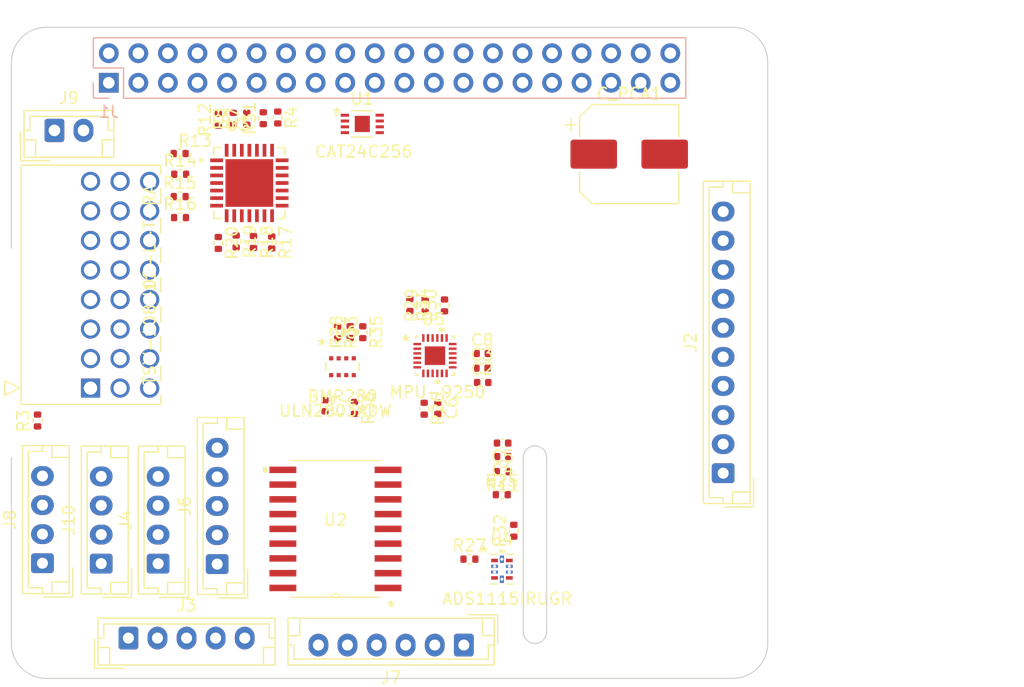
<source format=kicad_pcb>
(kicad_pcb (version 20211014) (generator pcbnew)
  (title_block (date "15 nov 2012"))
  (layers (0 "F.Cu" signal) (31 "B.Cu" signal) (34 "B.Paste" user) (35 "F.Paste" user) (36 "B.SilkS" user "B.Silkscreen") (37 "F.SilkS" user "F.Silkscreen") (38 "B.Mask" user) (39 "F.Mask" user) (44 "Edge.Cuts" user))
  (net 0 "")
  (net 1 "GND")
  (net 2 "Net-(C6-Pad1)")
  (net 3 "/SDA1")
  (net 4 "/SCL1")
  (net 5 "/LED3")
  (net 6 "/GPIO14_TXD0")
  (net 7 "/GPIO15_RXD0")
  (net 8 "/SRVO_EN")
  (net 9 "/GPIO18_GEN1")
  (net 10 "/LED1")
  (net 11 "/LED2")
  (net 12 "/GPIO23")
  (net 13 "/GPIO24")
  (net 14 "/SPI_MOSI")
  (net 15 "/SPI_MISO")
  (net 16 "/GPIO25_GEN6")
  (net 17 "/SPI_SCLK")
  (net 18 "/SPI_CE0_N")
  (net 19 "/ID_SDA")
  (net 20 "/ID_SCL")
  (net 21 "/SPI_CE1_N")
  (net 22 "/RC1")
  (net 23 "/RC2")
  (net 24 "/BUZZER")
  (net 25 "/RC3")
  (net 26 "/RC4")
  (net 27 "/RC8")
  (net 28 "/RC5")
  (net 29 "/RC7")
  (net 30 "+5V")
  (net 31 "+3V3")
  (net 32 "/RC6")
  (net 33 "/MOSI")
  (net 34 "/MISO")
  (net 35 "/SCLK")
  (net 36 "/TX")
  (net 37 "/RX")
  (net 38 "/BUZZER_OUT")
  (net 39 "/LED1_OUT")
  (net 40 "/LED2_OUT")
  (net 41 "/LED3_OUT")
  (net 42 "V_EXT")
  (net 43 "/AIO3")
  (net 44 "/AIO2")
  (net 45 "/AIO1")
  (net 46 "/AIO0")
  (net 47 "/SDA")
  (net 48 "/SCL")
  (net 49 "Net-(J9-Pad2)")
  (net 50 "Net-(J11-Pad1)")
  (net 51 "Net-(J11-Pad4)")
  (net 52 "Net-(J11-Pad7)")
  (net 53 "Net-(J11-Pad10)")
  (net 54 "Net-(J11-Pad13)")
  (net 55 "Net-(J11-Pad16)")
  (net 56 "Net-(J11-Pad19)")
  (net 57 "Net-(J11-Pad22)")
  (net 58 "Net-(R7-Pad1)")
  (net 59 "Net-(R8-Pad1)")
  (net 60 "/PCA_EN")
  (net 61 "/PWM1")
  (net 62 "/PWM2")
  (net 63 "/PWM3")
  (net 64 "/PWM4")
  (net 65 "/PWM8")
  (net 66 "/PWM7")
  (net 67 "/PWM6")
  (net 68 "/PWM5")
  (net 69 "Net-(R25-Pad1)")
  (net 70 "Net-(R27-Pad1)")
  (net 79 "/PWM9")
  (net 80 "/PWM10")
  (net 81 "/PWM11")
  (net 82 "/PWM12")
  (net 83 "/PWM13")
  (net 84 "/PWM14")
  (net 85 "/PWM15")
  (footprint "Resistor_SMD:R_0402_1005Metric" (layer "F.Cu") (at 142.146583 84.195989)
    (fp_text reference "R25" (at 0 -1.17) (layer "F.SilkS"))
    (fp_text value "10KΩ")
    (pad "1" smd roundrect (at -0.51 0) (size 0.54 0.64) (layers "F.Cu" "F.Paste" "F.Mask") (net 69 "Net-(R25-Pad1)"))
    (pad "2" smd roundrect (at 0.51 0) (size 0.54 0.64) (layers "F.Cu" "F.Paste" "F.Mask") (net 30 "+5V"))
  )
  (footprint "Ardupi:bmp280" (layer "F.Cu") (at 128.454308 73.196412)
    (fp_text reference "U6" (at 0.251617 -2.951689) (layer "F.SilkS"))
    (fp_text value "BMP280" (at 0 2.54) (layer "F.SilkS"))
    (fp_text user "*" (at -1.785 -1.831) (layer "F.SilkS"))
    (fp_text user "*" (at -1.785 -1.831) (layer "F.SilkS"))
    (pad "1" smd rect (at -0.9722 -0.725 90) (size 0.3556 0.3556) (layers "F.Cu" "F.Paste" "F.Mask") (net 1 "GND"))
    (pad "2" smd rect (at -0.325001 -0.722201) (size 0.3556 0.3556) (layers "F.Cu" "F.Paste" "F.Mask") (net 21 "/SPI_CE1_N"))
    (pad "3" smd rect (at 0.325001 -0.722201) (size 0.3556 0.3556) (layers "F.Cu" "F.Paste" "F.Mask") (net 14 "/SPI_MOSI"))
    (pad "4" smd rect (at 0.9722 -0.725 90) (size 0.3556 0.3556) (layers "F.Cu" "F.Paste" "F.Mask") (net 17 "/SPI_SCLK"))
    (pad "5" smd rect (at 0.9722 0.725 90) (size 0.3556 0.3556) (layers "F.Cu" "F.Paste" "F.Mask") (net 15 "/SPI_MISO"))
    (pad "6" smd rect (at 0.325001 0.722201) (size 0.3556 0.3556) (layers "F.Cu" "F.Paste" "F.Mask") (net 31 "+3V3"))
    (pad "7" smd rect (at -0.325001 0.722201) (size 0.3556 0.3556) (layers "F.Cu" "F.Paste" "F.Mask") (net 1 "GND"))
    (pad "8" smd rect (at -0.9722 0.725 90) (size 0.3556 0.3556) (layers "F.Cu" "F.Paste" "F.Mask") (net 31 "+3V3"))
  )
  (footprint "Ardupi:CAT24C256HU4IGT3" (layer "F.Cu") (at 130.159492 52.310327)
    (fp_text reference "U1" (at -0.008212 -2.167759) (layer "F.SilkS"))
    (fp_text value "CAT24C256" (at 0.113132 2.382618) (layer "F.SilkS"))
    (fp_text user "*" (at -2.18694 -0.823829) (layer "F.SilkS"))
    (pad "1" smd rect (at -1.4986 -0.750001) (size 0.7112 0.254) (layers "F.Cu" "F.Paste" "F.Mask"))
    (pad "2" smd rect (at -1.4986 -0.25) (size 0.7112 0.254) (layers "F.Cu" "F.Paste" "F.Mask"))
    (pad "3" smd rect (at -1.4986 0.25) (size 0.7112 0.254) (layers "F.Cu" "F.Paste" "F.Mask"))
    (pad "4" smd rect (at -1.4986 0.750001) (size 0.7112 0.254) (layers "F.Cu" "F.Paste" "F.Mask") (net 1 "GND"))
    (pad "5" smd rect (at 1.4986 0.750001) (size 0.7112 0.254) (layers "F.Cu" "F.Paste" "F.Mask") (net 19 "/ID_SDA"))
    (pad "6" smd rect (at 1.4986 0.25) (size 0.7112 0.254) (layers "F.Cu" "F.Paste" "F.Mask") (net 20 "/ID_SCL"))
    (pad "7" smd rect (at 1.4986 -0.25) (size 0.7112 0.254) (layers "F.Cu" "F.Paste" "F.Mask") (net 20 "/ID_SCL"))
    (pad "8" smd rect (at 1.4986 -0.750001) (size 0.7112 0.254) (layers "F.Cu" "F.Paste" "F.Mask") (net 31 "+3V3"))
    (pad "9" smd rect (at 0 0) (size 1.2954 1.397) (layers "F.Cu" "F.Paste" "F.Mask"))
  )
  (footprint "Ardupi:ADS1115IRUGT" (layer "F.Cu") (at 142.15976 90.610774)
    (fp_text reference "U4" (at 0 -2.54) (layer "F.SilkS"))
    (fp_text value "ADS1115IRUGR" (at 0.45947 2.54) (layer "F.SilkS"))
    (fp_text user "*" (at -1.56 -1.381) (layer "F.SilkS"))
    (fp_text user "*" (at -1.56 -1.381) (layer "F.SilkS"))
    (pad "" np_thru_hole rect (at 0.635 0.25 90) (size 0.249936 0.579882) (drill 0.254) (layers *.Cu *.Mask))
    (pad "" np_thru_hole rect (at 0.635 -0.25 90) (size 0.249936 0.579882) (drill 0.254) (layers *.Cu *.Mask))
    (pad "" np_thru_hole rect (at -0.635 0.25 90) (size 0.249936 0.579882) (drill 0.254) (layers *.Cu *.Mask))
    (pad "" np_thru_hole rect (at -0.635 -0.25 90) (size 0.249936 0.579882) (drill 0.254) (layers *.Cu *.Mask))
    (pad "1" smd rect (at -0.635 -0.750001 90) (size 0.3 0.58) (layers "F.Cu" "F.Mask") (net 70 "Net-(R27-Pad1)"))
    (pad "4" smd rect (at -0.635 0.750001 90) (size 0.3 0.58) (layers "F.Cu" "F.Mask") (net 46 "/AIO0"))
    (pad "5" thru_hole rect (at 0 0.860001) (size 0.35 0.63) (drill 0.254) (layers *.Cu *.Mask) (net 45 "/AIO1"))
    (pad "6" smd rect (at 0.635 0.750001 90) (size 0.3 0.58) (layers "F.Cu" "F.Mask") (net 44 "/AIO2"))
    (pad "9" smd rect (at 0.635 -0.750001 90) (size 0.3 0.58) (layers "F.Cu" "F.Mask") (net 3 "/SDA1"))
    (pad "10" thru_hole rect (at 0 -0.860001) (size 0.35 0.63) (drill 0.254) (layers *.Cu *.Mask) (net 4 "/SCL1"))
  )
  (footprint "MountingHole:MountingHole_2.7mm_M2.5" (layer "F.Cu") (at 161.5 47.5)
    (fp_text reference "MH2" hide)
    (fp_text value "MountingHole_2.7mm_M2.5" hide)
    (pad "" np_thru_hole circle locked (at 0 0) (size 2.7 2.7) (drill 2.7) (layers *.Cu *.Mask))
  )
  (footprint "Resistor_SMD:R_0402_1005Metric" (layer "F.Cu") (at 139.365701 89.743653)
    (fp_text reference "R27" (at 0 -1.17) (layer "F.SilkS"))
    (fp_text value "10KΩ")
    (pad "1" smd roundrect (at -0.51 0) (size 0.54 0.64) (layers "F.Cu" "F.Paste" "F.Mask") (net 70 "Net-(R27-Pad1)"))
    (pad "2" smd roundrect (at 0.51 0) (size 0.54 0.64) (layers "F.Cu" "F.Paste" "F.Mask") (net 30 "+5V"))
  )
  (footprint "Connector_JST:JST_EH_B5B-EH-A_1x05_P2.50mm_Vertical" (layer "F.Cu") (at 110.054728 96.533321)
    (fp_text reference "J3" (at 5 -2.8) (layer "F.SilkS"))
    (fp_text value "Conn_01x05")
    (pad "1" thru_hole roundrect (at 0 0) (size 1.7 1.95) (drill 0.95) (layers *.Cu *.Mask) (roundrect_rratio 0.147059) (net 1 "GND"))
    (pad "2" thru_hole oval (at 2.5 0) (size 1.7 1.95) (drill 0.95) (layers *.Cu *.Mask) (net 30 "+5V"))
    (pad "3" thru_hole oval (at 5 0) (size 1.7 1.95) (drill 0.95) (layers *.Cu *.Mask) (net 33 "/MOSI"))
    (pad "4" thru_hole oval (at 7.5 0) (size 1.7 1.95) (drill 0.95) (layers *.Cu *.Mask) (net 34 "/MISO"))
    (pad "5" thru_hole oval (at 10 0) (size 1.7 1.95) (drill 0.95) (layers *.Cu *.Mask) (net 35 "/SCLK"))
  )
  (footprint "Connector_JST:JST_EH_B2B-EH-A_1x02_P2.50mm_Vertical" (layer "F.Cu") (at 103.696162 52.869778)
    (fp_text reference "J9" (at 1.25 -2.8) (layer "F.SilkS"))
    (fp_text value "Conn_01x02")
    (pad "1" thru_hole roundrect (at 0 0) (size 1.7 2) (drill 1) (layers *.Cu *.Mask) (roundrect_rratio 0.147059) (net 8 "/SRVO_EN"))
    (pad "2" thru_hole oval (at 2.5 0) (size 1.7 2) (drill 1) (layers *.Cu *.Mask) (net 49 "Net-(J9-Pad2)"))
  )
  (footprint "Resistor_SMD:R_0402_1005Metric" (layer "F.Cu") (at 120.801734 62.464889 -90)
    (fp_text reference "R18" (at 0 -1.17 90) (layer "F.SilkS"))
    (fp_text value "220 Ω")
    (pad "1" smd roundrect (at -0.51 0 270) (size 0.54 0.64) (layers "F.Cu" "F.Paste" "F.Mask") (net 66 "/PWM7"))
    (pad "2" smd roundrect (at 0.51 0 270) (size 0.54 0.64) (layers "F.Cu" "F.Paste" "F.Mask") (net 56 "Net-(J11-Pad19)"))
  )
  (footprint "Resistor_SMD:R_0402_1005Metric" (layer "F.Cu") (at 142.231368 82.22 180)
    (fp_text reference "R11" (at 0 -1.17) (layer "F.SilkS"))
    (fp_text value "10K")
    (pad "1" smd roundrect (at -0.51 0 180) (size 0.54 0.64) (layers "F.Cu" "F.Paste" "F.Mask") (net 30 "+5V"))
    (pad "2" smd roundrect (at 0.51 0 180) (size 0.54 0.64) (layers "F.Cu" "F.Paste" "F.Mask") (net 49 "Net-(J9-Pad2)"))
  )
  (footprint "Connector_JST:JST_EH_B5B-EH-A_1x05_P2.50mm_Vertical" (layer "F.Cu") (at 117.687657 90.172195 90)
    (fp_text reference "J6" (at 5 -2.8 90) (layer "F.SilkS"))
    (fp_text value "Conn_01x05")
    (pad "1" thru_hole roundrect (at 0 0 90) (size 1.7 1.95) (drill 0.95) (layers *.Cu *.Mask) (roundrect_rratio 0.147059) (net 38 "/BUZZER_OUT"))
    (pad "2" thru_hole oval (at 2.5 0 90) (size 1.7 1.95) (drill 0.95) (layers *.Cu *.Mask) (net 39 "/LED1_OUT"))
    (pad "3" thru_hole oval (at 5 0 90) (size 1.7 1.95) (drill 0.95) (layers *.Cu *.Mask) (net 40 "/LED2_OUT"))
    (pad "4" thru_hole oval (at 7.5 0 90) (size 1.7 1.95) (drill 0.95) (layers *.Cu *.Mask) (net 41 "/LED3_OUT"))
    (pad "5" thru_hole oval (at 10 0 90) (size 1.7 1.95) (drill 0.95) (layers *.Cu *.Mask) (net 42 "V_EXT"))
  )
  (footprint "Resistor_SMD:R_0402_1005Metric" (layer "F.Cu") (at 121.646219 51.820271 90)
    (fp_text reference "R31" (at 0 -1.17 90) (layer "F.SilkS"))
    (fp_text value "10KΩ")
    (pad "1" smd roundrect (at -0.51 0 90) (size 0.54 0.64) (layers "F.Cu" "F.Paste" "F.Mask") (net 4 "/SCL1"))
    (pad "2" smd roundrect (at 0.51 0 90) (size 0.54 0.64) (layers "F.Cu" "F.Paste" "F.Mask") (net 30 "+5V"))
  )
  (footprint "Resistor_SMD:R_0402_1005Metric" (layer "F.Cu") (at 122.894583 51.759894 -90)
    (fp_text reference "R4" (at 0 -1.17 90) (layer "F.SilkS"))
    (fp_text value "10k")
    (pad "1" smd roundrect (at -0.51 0 270) (size 0.54 0.64) (layers "F.Cu" "F.Paste" "F.Mask") (net 30 "+5V"))
    (pad "2" smd roundrect (at 0.51 0 270) (size 0.54 0.64) (layers "F.Cu" "F.Paste" "F.Mask") (net 4 "/SCL1"))
  )
  (footprint "Resistor_SMD:R_0402_1005Metric" (layer "F.Cu") (at 135.476365 76.805462 -90)
    (fp_text reference "R26" (at 0 -1.17 90) (layer "F.SilkS"))
    (fp_text value "10KΩ")
    (pad "1" smd roundrect (at -0.51 0 270) (size 0.54 0.64) (layers "F.Cu" "F.Paste" "F.Mask") (net 15 "/SPI_MISO"))
    (pad "2" smd roundrect (at 0.51 0 270) (size 0.54 0.64) (layers "F.Cu" "F.Paste" "F.Mask") (net 1 "GND"))
  )
  (footprint "Connector_JST:JST_EH_B4B-EH-A_1x04_P2.50mm_Vertical" (layer "F.Cu") (at 107.719892 90.129556 90)
    (fp_text reference "J10" (at 3.75 -2.8 90) (layer "F.SilkS"))
    (fp_text value "Conn_01x04")
    (pad "1" thru_hole roundrect (at 0 0 90) (size 1.7 1.95) (drill 0.95) (layers *.Cu *.Mask) (roundrect_rratio 0.147059) (net 30 "+5V"))
    (pad "2" thru_hole oval (at 2.5 0 90) (size 1.7 1.95) (drill 0.95) (layers *.Cu *.Mask) (net 47 "/SDA"))
    (pad "3" thru_hole oval (at 5 0 90) (size 1.7 1.95) (drill 0.95) (layers *.Cu *.Mask) (net 48 "/SCL"))
    (pad "4" thru_hole oval (at 7.5 0 90) (size 1.7 1.95) (drill 0.95) (layers *.Cu *.Mask) (net 1 "GND"))
  )
  (footprint "Resistor_SMD:R_0402_1005Metric" (layer "F.Cu") (at 114.462018 54.857953)
    (fp_text reference "R13" (at 1.326219 -1.089729) (layer "F.SilkS"))
    (fp_text value "220 Ω")
    (pad "1" smd roundrect (at -0.51 0) (size 0.54 0.64) (layers "F.Cu" "F.Paste" "F.Mask") (net 50 "Net-(J11-Pad1)"))
    (pad "2" smd roundrect (at 0.51 0) (size 0.54 0.64) (layers "F.Cu" "F.Paste" "F.Mask") (net 61 "/PWM1"))
  )
  (footprint "Connector_JST:JST_EH_B6B-EH-A_1x06_P2.50mm_Vertical" (layer "F.Cu") (at 138.885795 97.133321 180)
    (fp_text reference "J7" (at 6.25 -2.8) (layer "F.SilkS"))
    (fp_text value "Conn_01x06")
    (pad "1" thru_hole roundrect (at 0 0 180) (size 1.7 1.95) (drill 0.95) (layers *.Cu *.Mask) (roundrect_rratio 0.147059) (net 43 "/AIO3"))
    (pad "2" thru_hole oval (at 2.5 0 180) (size 1.7 1.95) (drill 0.95) (layers *.Cu *.Mask) (net 44 "/AIO2"))
    (pad "3" thru_hole oval (at 5 0 180) (size 1.7 1.95) (drill 0.95) (layers *.Cu *.Mask) (net 45 "/AIO1"))
    (pad "4" thru_hole oval (at 7.5 0 180) (size 1.7 1.95) (drill 0.95) (layers *.Cu *.Mask) (net 46 "/AIO0"))
    (pad "5" thru_hole oval (at 10 0 180) (size 1.7 1.95) (drill 0.95) (layers *.Cu *.Mask) (net 1 "GND"))
    (pad "6" thru_hole oval (at 12.5 0 180) (size 1.7 1.95) (drill 0.95) (layers *.Cu *.Mask) (net 1 "GND"))
  )
  (footprint "Capacitor_SMD:C_0402_1005Metric" (layer "F.Cu") (at 136.648013 76.768936 -90)
    (fp_text reference "C6" (at 0 -1.16 90) (layer "F.SilkS"))
    (fp_text value "0.1uF")
    (pad "1" smd roundrect (at -0.48 0 270) (size 0.56 0.62) (layers "F.Cu" "F.Paste" "F.Mask") (net 2 "Net-(C6-Pad1)"))
    (pad "2" smd roundrect (at 0.48 0 270) (size 0.56 0.62) (layers "F.Cu" "F.Paste" "F.Mask") (net 1 "GND"))
  )
  (footprint "Capacitor_SMD:C_0402_1005Metric" (layer "F.Cu") (at 126.954741 76.548726 -90)
    (fp_text reference "C7" (at 0 -1.16 90) (layer "F.SilkS"))
    (fp_text value "0.01uF")
    (pad "1" smd roundrect (at -0.48 0 270) (size 0.56 0.62) (layers "F.Cu" "F.Paste" "F.Mask") (net 31 "+3V3"))
    (pad "2" smd roundrect (at 0.48 0 270) (size 0.56 0.62) (layers "F.Cu" "F.Paste" "F.Mask") (net 1 "GND"))
  )
  (footprint "Resistor_SMD:R_0402_1005Metric" (layer "F.Cu") (at 134.246125 67.884969 -90)
    (fp_text reference "R34" (at 0 -1.17 90) (layer "F.SilkS"))
    (fp_text value "4.7KΩ")
    (pad "1" smd roundrect (at -0.51 0 270) (size 0.54 0.64) (layers "F.Cu" "F.Paste" "F.Mask") (net 31 "+3V3"))
    (pad "2" smd roundrect (at 0.51 0 270) (size 0.54 0.64) (layers "F.Cu" "F.Paste" "F.Mask") (net 14 "/SPI_MOSI"))
  )
  (footprint "Resistor_SMD:R_0402_1005Metric" (layer "F.Cu") (at 117.789742 51.959661 90)
    (fp_text reference "R12" (at 0 -1.17 90) (layer "F.SilkS"))
    (fp_text value "460")
    (pad "1" smd roundrect (at -0.51 0 90) (size 0.54 0.64) (layers "F.Cu" "F.Paste" "F.Mask") (net 60 "/PCA_EN"))
    (pad "2" smd roundrect (at 0.51 0 90) (size 0.54 0.64) (layers "F.Cu" "F.Paste" "F.Mask") (net 49 "Net-(J9-Pad2)"))
  )
  (footprint "Capacitor_SMD:C_0402_1005Metric" (layer "F.Cu") (at 140.508671 74.54896)
    (fp_text reference "C2" (at -0.038703 -1.16159) (layer "F.SilkS"))
    (fp_text value "0.1uF")
    (pad "1" smd roundrect (at -0.48 0) (size 0.56 0.62) (layers "F.Cu" "F.Paste" "F.Mask") (net 31 "+3V3"))
    (pad "2" smd roundrect (at 0.48 0) (size 0.56 0.62) (layers "F.Cu" "F.Paste" "F.Mask") (net 1 "GND"))
  )
  (footprint "Resistor_SMD:R_0402_1005Metric" (layer "F.Cu") (at 117.782003 62.546115 -90)
    (fp_text reference "R20" (at 0 -1.17 90) (layer "F.SilkS"))
    (fp_text value "220 Ω")
    (pad "1" smd roundrect (at -0.51 0 270) (size 0.54 0.64) (layers "F.Cu" "F.Paste" "F.Mask") (net 68 "/PWM5"))
    (pad "2" smd roundrect (at 0.51 0 270) (size 0.54 0.64) (layers "F.Cu" "F.Paste" "F.Mask") (net 54 "Net-(J11-Pad13)"))
  )
  (footprint "Resistor_SMD:R_0402_1005Metric" (layer "F.Cu") (at 135.56 67.920125 90)
    (fp_text reference "R29" (at 0 -1.17 90) (layer "F.SilkS"))
    (fp_text value "4.7KΩ")
    (pad "1" smd roundrect (at -0.51 0 90) (size 0.54 0.64) (layers "F.Cu" "F.Paste" "F.Mask") (net 17 "/SPI_SCLK"))
    (pad "2" smd roundrect (at 0.51 0 90) (size 0.54 0.64) (layers "F.Cu" "F.Paste" "F.Mask") (net 31 "+3V3"))
  )
  (footprint "Resistor_SMD:R_0402_1005Metric" (layer "F.Cu") (at 143.18 87.3 90)
    (fp_text reference "R32" (at 0 -1.17 90) (layer "F.SilkS"))
    (fp_text value "10KΩ")
    (pad "1" smd roundrect (at -0.51 0 90) (size 0.54 0.64) (layers "F.Cu" "F.Paste" "F.Mask") (net 3 "/SDA1"))
    (pad "2" smd roundrect (at 0.51 0 90) (size 0.54 0.64) (layers "F.Cu" "F.Paste" "F.Mask") (net 30 "+5V"))
  )
  (footprint "Resistor_SMD:R_0402_1005Metric" (layer "F.Cu") (at 114.505188 56.640394)
    (fp_text reference "R14" (at 0 -1.17) (layer "F.SilkS"))
    (fp_text value "220 Ω")
    (pad "1" smd roundrect (at -0.51 0) (size 0.54 0.64) (layers "F.Cu" "F.Paste" "F.Mask") (net 51 "Net-(J11-Pad4)"))
    (pad "2" smd roundrect (at 0.51 0) (size 0.54 0.64) (layers "F.Cu" "F.Paste" "F.Mask") (net 62 "/PWM2"))
  )
  (footprint "Ardupi:TSW-108-08-L-T-RA" (layer "F.Cu") (at 106.801051 75.03356 90)
    (fp_text reference "J11" (at 8.89 5.08 90) (layer "F.SilkS"))
    (fp_text value "TSW-108-08-L-T-RA" (at 8.89 5.08 90) (layer "F.SilkS"))
    (fp_text user "*" (at 0 0 90) (layer "F.SilkS"))
    (pad "1" thru_hole rect (at 0 0 90) (size 1.651 1.651) (drill 1.143) (layers *.Cu *.Mask) (net 50 "Net-(J11-Pad1)"))
    (pad "2" thru_hole circle (at 0 2.54 90) (size 1.651 1.651) (drill 1.143) (layers *.Cu *.Mask) (net 42 "V_EXT"))
    (pad "3" thru_hole circle (at 0 5.08 90) (size 1.651 1.651) (drill 1.143) (layers *.Cu *.Mask) (net 1 "GND"))
    (pad "4" thru_hole circle (at 2.54 0 90) (size 1.651 1.651) (drill 1.143) (layers *.Cu *.Mask) (net 51 "Net-(J11-Pad4)"))
    (pad "5" thru_hole circle (at 2.54 2.54 90) (size 1.651 1.651) (drill 1.143) (layers *.Cu *.Mask) (net 42 "V_EXT"))
    (pad "6" thru_hole circle (at 2.54 5.08 90) (size 1.651 1.651) (drill 1.143) (layers *.Cu *.Mask) (net 1 "GND"))
    (pad "7" thru_hole circle (at 5.08 0 90) (size 1.651 1.651) (drill 1.143) (layers *.Cu *.Mask) (net 52 "Net-(J11-Pad7)"))
    (pad "8" thru_hole circle (at 5.08 2.54 90) (size 1.651 1.651) (drill 1.143) (layers *.Cu *.Mask) (net 42 "V_EXT"))
    (pad "9" thru_hole circle (at 5.08 5.08 90) (size 1.651 1.651) (drill 1.143) (layers *.Cu *.Mask) (net 1 "GND"))
    (pad "10" thru_hole circle (at 7.62 0 90) (size 1.651 1.651) (drill 1.143) (layers *.Cu *.Mask) (net 53 "Net-(J11-Pad10)"))
    (pad "11" thru_hole circle (at 7.62 2.54 90) (size 1.651 1.651) (drill 1.143) (layers *.Cu *.Mask) (net 42 "V_EXT"))
    (pad "12" thru_hole circle (at 7.62 5.08 90) (size 1.651 1.651) (drill 1.143) (layers *.Cu *.Mask) (net 1 "GND"))
    (pad "13" thru_hole circle (at 10.16 0 90) (size 1.651 1.651) (drill 1.143) (layers *.Cu *.Mask) (net 54 "Net-(J11-Pad13)"))
    (pad "14" thru_hole circle (at 10.16 2.54 90) (size 1.651 1.651) (drill 1.143) (layers *.Cu *.Mask) (net 42 "V_EXT"))
    (pad "15" thru_hole circle (at 10.16 5.08 90) (size 1.651 1.651) (drill 1.143) (layers *.Cu *.Mask) (net 1 "GND"))
    (pad "16" thru_hole circle (at 12.7 0 90) (size 1.651 1.651) (drill 1.143) (layers *.Cu *.Mask) (net 55 "Net-(J11-Pad16)"))
    (pad "17" thru_hole circle (at 12.7 2.54 90) (size 1.651 1.651) (drill 1.143) (layers *.Cu *.Mask) (net 42 "V_EXT"))
    (pad "18" thru_hole circle (at 12.7 5.08 90) (size 1.651 1.651) (drill 1.143) (layers *.Cu *.Mask) (net 1 "GND"))
    (pad "19" thru_hole circle (at 15.24 0 90) (size 1.651 1.651) (drill 1.143) (layers *.Cu *.Mask) (net 56 "Net-(J11-Pad19)"))
    (pad "20" thru_hole circle (at 15.24 2.54 90) (size 1.651 1.651) (drill 1.143) (layers *.Cu *.Mask) (net 42 "V_EXT"))
    (pad "21" thru_hole circle (at 15.24 5.08 90) (size 1.651 1.651) (drill 1.143) (layers *.Cu *.Mask) (net 1 "GND"))
    (pad "22" thru_hole circle (at 17.78 0 90) (size 1.651 1.651) (drill 1.143) (layers *.Cu *.Mask) (net 57 "Net-(J11-Pad22)"))
    (pad "23" thru_hole circle (at 17.78 2.54 90) (size 1.651 1.651) (drill 1.143) (layers *.Cu *.Mask) (net 42 "V_EXT"))
    (pad "24" thru_hole circle (at 17.78 5.08 90) (size 1.651 1.651) (drill 1.143) (layers *.Cu *.Mask) (net 1 "GND"))
  )
  (footprint "Resistor_SMD:R_0402_1005Metric" (layer "F.Cu") (at 128.038752 70.24404 -90)
    (fp_text reference "R33" (at 0 -1.17 90) (layer "F.SilkS"))
    (fp_text value "4.7KΩ")
    (pad "1" smd roundrect (at -0.51 0 270) (size 0.54 0.64) (layers "F.Cu" "F.Paste" "F.Mask") (net 31 "+3V3"))
    (pad "2" smd roundrect (at 0.51 0 270) (size 0.54 0.64) (layers "F.Cu" "F.Paste" "F.Mask") (net 21 "/SPI_CE1_N"))
  )
  (footprint "Resistor_SMD:R_0402_1005Metric" (layer "F.Cu") (at 119.316367 62.42245 -90)
    (fp_text reference "R19" (at 0 -1.17 90) (layer "F.SilkS"))
    (fp_text value "220 Ω")
    (pad "1" smd roundrect (at -0.51 0 270) (size 0.54 0.64) (layers "F.Cu" "F.Paste" "F.Mask") (net 67 "/PWM6"))
    (pad "2" smd roundrect (at 0.51 0 270) (size 0.54 0.64) (layers "F.Cu" "F.Paste" "F.Mask") (net 55 "Net-(J11-Pad16)"))
  )
  (footprint "Connector_JST:JST_EH_B10B-EH-A_1x10_P2.50mm_Vertical" (layer "F.Cu") (at 161.174827 82.351032 90)
    (fp_text reference "J2" (at 11.25 -2.8 90) (layer "F.SilkS"))
    (fp_text value "Conn_01x10")
    (pad "1" thru_hole roundrect (at 0 0 90) (size 1.7 1.95) (drill 0.95) (layers *.Cu *.Mask) (roundrect_rratio 0.147059) (net 1 "GND"))
    (pad "2" thru_hole oval (at 2.5 0 90) (size 1.7 1.95) (drill 0.95) (layers *.Cu *.Mask) (net 30 "+5V"))
    (pad "3" thru_hole oval (at 5 0 90) (size 1.7 1.95) (drill 0.95) (layers *.Cu *.Mask) (net 22 "/RC1"))
    (pad "4" thru_hole oval (at 7.5 0 90) (size 1.7 1.95) (drill 0.95) (layers *.Cu *.Mask) (net 23 "/RC2"))
    (pad "5" thru_hole oval (at 10 0 90) (size 1.7 1.95) (drill 0.95) (layers *.Cu *.Mask) (net 25 "/RC3"))
    (pad "6" thru_hole oval (at 12.5 0 90) (size 1.7 1.95) (drill 0.95) (layers *.Cu *.Mask) (net 26 "/RC4"))
    (pad "7" thru_hole oval (at 15 0 90) (size 1.7 1.95) (drill 0.95) (layers *.Cu *.Mask) (net 28 "/RC5"))
    (pad "8" thru_hole oval (at 17.5 0 90) (size 1.7 1.95) (drill 0.95) (layers *.Cu *.Mask) (net 32 "/RC6"))
    (pad "9" thru_hole oval (at 20 0 90) (size 1.7 1.95) (drill 0.95) (layers *.Cu *.Mask) (net 29 "/RC7"))
    (pad "10" thru_hole oval (at 22.5 0 90) (size 1.7 1.95) (drill 0.95) (layers *.Cu *.Mask) (net 27 "/RC8"))
  )
  (footprint "Connector_JST:JST_EH_B4B-EH-A_1x04_P2.50mm_Vertical" (layer "F.Cu") (at 112.611404 90.134072 90)
    (fp_text reference "J4" (at 3.75 -2.8 90) (layer "F.SilkS"))
    (fp_text value "Conn_01x04")
    (pad "1" thru_hole roundrect (at 0 0 90) (size 1.7 1.95) (drill 0.95) (layers *.Cu *.Mask) (roundrect_rratio 0.147059) (net 30 "+5V"))
    (pad "2" thru_hole oval (at 2.5 0 90) (size 1.7 1.95) (drill 0.95) (layers *.Cu *.Mask) (net 1 "GND"))
    (pad "3" thru_hole oval (at 5 0 90) (size 1.7 1.95) (drill 0.95) (layers *.Cu *.Mask) (net 36 "/TX"))
    (pad "4" thru_hole oval (at 7.5 0 90) (size 1.7 1.95) (drill 0.95) (layers *.Cu *.Mask) (net 37 "/RX"))
  )
  (footprint "Resistor_SMD:R_0402_1005Metric" (layer "F.Cu") (at 102.246512 77.817688 90)
    (fp_text reference "R3" (at -0.03 -1.22 90) (layer "F.SilkS"))
    (fp_text value "10k")
    (pad "1" smd roundrect (at -0.51 0 90) (size 0.54 0.64) (layers "F.Cu" "F.Paste" "F.Mask") (net 30 "+5V"))
    (pad "2" smd roundrect (at 0.51 0 90) (size 0.54 0.64) (layers "F.Cu" "F.Paste" "F.Mask") (net 3 "/SDA1"))
  )
  (footprint "Capacitor_SMD:C_0402_1005Metric" (layer "F.Cu") (at 142.220526 80.914838 180)
    (fp_text reference "C4" (at 0 -1.16) (layer "F.SilkS"))
    (fp_text value "1uF")
    (pad "1" smd roundrect (at -0.48 0 180) (size 0.56 0.62) (layers "F.Cu" "F.Paste" "F.Mask") (net 30 "+5V"))
    (pad "2" smd roundrect (at 0.48 0 180) (size 0.56 0.62) (layers "F.Cu" "F.Paste" "F.Mask") (net 1 "GND"))
  )
  (footprint "MountingHole:MountingHole_2.7mm_M2.5" (layer "F.Cu") (at 103.5 96.5)
    (fp_text reference "MH3" hide)
    (fp_text value "MountingHole_2.7mm_M2.5" hide)
    (pad "" np_thru_hole circle locked (at 0 0) (size 2.7 2.7) (drill 2.7) (layers *.Cu *.Mask))
  )
  (footprint "Resistor_SMD:R_0402_1005Metric" (layer "F.Cu") (at 130.200598 70.227906 -90)
    (fp_text reference "R35" (at 0 -1.17 90) (layer "F.SilkS"))
    (fp_text value "4.7KΩ")
    (pad "1" smd roundrect (at -0.51 0 270) (size 0.54 0.64) (layers "F.Cu" "F.Paste" "F.Mask") (net 31 "+3V3"))
    (pad "2" smd roundrect (at 0.51 0 270) (size 0.54 0.64) (layers "F.Cu" "F.Paste" "F.Mask") (net 17 "/SPI_SCLK"))
  )
  (footprint "Connector_JST:JST_EH_B4B-EH-A_1x04_P2.50mm_Vertical" (layer "F.Cu") (at 102.667745 90.094616 90)
    (fp_text reference "J8" (at 3.75 -2.8 90) (layer "F.SilkS"))
    (fp_text value "Conn_01x04")
    (pad "1" thru_hole roundrect (at 0 0 90) (size 1.7 1.95) (drill 0.95) (layers *.Cu *.Mask) (roundrect_rratio 0.147059) (net 30 "+5V"))
    (pad "2" thru_hole oval (at 2.5 0 90) (size 1.7 1.95) (drill 0.95) (layers *.Cu *.Mask) (net 47 "/SDA"))
    (pad "3" thru_hole oval (at 5 0 90) (size 1.7 1.95) (drill 0.95) (layers *.Cu *.Mask) (net 48 "/SCL"))
    (pad "4" thru_hole oval (at 7.5 0 90) (size 1.7 1.95) (drill 0.95) (layers *.Cu *.Mask) (net 1 "GND"))
  )
  (footprint "Resistor_SMD:R_0402_1005Metric" (layer "F.Cu") (at 120.22908 51.865635 90)
    (fp_text reference "R7" (at 0 -1.17 90) (layer "F.SilkS"))
    (fp_text value "10K")
    (pad "1" smd roundrect (at -0.51 0 90) (size 0.54 0.64) (layers "F.Cu" "F.Paste" "F.Mask") (net 58 "Net-(R7-Pad1)"))
    (pad "2" smd roundrect (at 0.51 0 90) (size 0.54 0.64) (layers "F.Cu" "F.Paste" "F.Mask") (net 1 "GND"))
  )
  (footprint "MountingHole:MountingHole_2.7mm_M2.5" (layer "F.Cu") (at 103.5 47.5)
    (fp_text reference "MH1" hide)
    (fp_text value "MountingHole_2.7mm_M2.5" hide)
    (pad "" np_thru_hole circle locked (at 0 0) (size 2.7 2.7) (drill 2.7) (layers *.Cu *.Mask))
  )
  (footprint "Capacitor_SMD:C_0402_1005Metric" (layer "F.Cu") (at 140.44641 73.322251)
    (fp_text reference "C3" (at 0 -1.16) (layer "F.SilkS"))
    (fp_text value "1uF")
    (pad "1" smd roundrect (at -0.48 0) (size 0.56 0.62) (layers "F.Cu" "F.Paste" "F.Mask") (net 31 "+3V3"))
    (pad "2" smd roundrect (at 0.48 0) (size 0.56 0.62) (layers "F.Cu" "F.Paste" "F.Mask") (net 1 "GND"))
  )
  (footprint "Resistor_SMD:R_0402_1005Metric" (layer "F.Cu") (at 114.462749 58.562841)
    (fp_text reference "R15" (at 0 -1.17) (layer "F.SilkS"))
    (fp_text value "220 Ω")
    (pad "1" smd roundrect (at -0.51 0) (size 0.54 0.64) (layers "F.Cu" "F.Paste" "F.Mask") (net 52 "Net-(J11-Pad7)"))
    (pad "2" smd roundrect (at 0.51 0) (size 0.54 0.64) (layers "F.Cu" "F.Paste" "F.Mask") (net 63 "/PWM3"))
  )
  (footprint "Resistor_SMD:R_0402_1005Metric" (layer "F.Cu") (at 119.06749 51.866734 90)
    (fp_text reference "R8" (at 0 -1.17 90) (layer "F.SilkS"))
    (fp_text value "10K")
    (pad "1" smd roundrect (at -0.51 0 90) (size 0.54 0.64) (layers "F.Cu" "F.Paste" "F.Mask") (net 59 "Net-(R8-Pad1)"))
    (pad "2" smd roundrect (at 0.51 0 90) (size 0.54 0.64) (layers "F.Cu" "F.Paste" "F.Mask") (net 1 "GND"))
  )
  (footprint "Capacitor_SMD:C_0402_1005Metric" (layer "F.Cu") (at 142.216531 79.760289 180)
    (fp_text reference "C5" (at 0 -1.16) (layer "F.SilkS"))
    (fp_text value "0.1uf")
    (pad "1" smd roundrect (at -0.48 0 180) (size 0.56 0.62) (layers "F.Cu" "F.Paste" "F.Mask") (net 30 "+5V"))
    (pad "2" smd roundrect (at 0.48 0 180) (size 0.56 0.62) (layers "F.Cu" "F.Paste" "F.Mask") (net 1 "GND"))
  )
  (footprint "Ardupi:mpu9250" (layer "F.Cu") (at 136.404178 72.245476)
    (fp_text reference "U5" (at -0.139667 -3.132195) (layer "F.SilkS"))
    (fp_text value "MPU-9250" (at 0.214251 3.137214) (layer "F.SilkS"))
    (fp_text user "*" (at -2.4892 -1.2) (layer "F.SilkS"))
    (fp_text user "*" (at -2.4892 -1.2) (layer "F.SilkS"))
    (pad "1" smd rect (at -1.524 -1.000001 90) (size 0.2032 0.6604) (layers "F.Cu" "F.Paste" "F.Mask"))
    (pad "2" smd rect (at -1.524 -0.599999 90) (size 0.2032 0.6604) (layers "F.Cu" "F.Paste" "F.Mask"))
    (pad "3" smd rect (at -1.524 -0.2 90) (size 0.2032 0.6604) (layers "F.Cu" "F.Paste" "F.Mask"))
    (pad "4" smd rect (at -1.524 0.2 90) (size 0.2032 0.6604) (layers "F.Cu" "F.Paste" "F.Mask"))
    (pad "5" smd rect (at -1.524 0.599999 90) (size 0.2032 0.6604) (layers "F.Cu" "F.Paste" "F.Mask"))
    (pad "6" smd rect (at -1.524 1.000001 90) (size 0.2032 0.6604) (layers "F.Cu" "F.Paste" "F.Mask"))
    (pad "7" smd rect (at -1.000001 1.524) (size 0.2032 0.6604) (layers "F.Cu" "F.Paste" "F.Mask"))
    (pad "8" smd rect (at -0.599999 1.524) (size 0.2032 0.6604) (layers "F.Cu" "F.Paste" "F.Mask") (net 31 "+3V3"))
    (pad "9" smd rect (at -0.2 1.524) (size 0.2032 0.6604) (layers "F.Cu" "F.Paste" "F.Mask") (net 15 "/SPI_MISO"))
    (pad "10" smd rect (at 0.2 1.524) (size 0.2032 0.6604) (layers "F.Cu" "F.Paste" "F.Mask") (net 2 "Net-(C6-Pad1)"))
    (pad "11" smd rect (at 0.599999 1.524) (size 0.2032 0.6604) (layers "F.Cu" "F.Paste" "F.Mask") (net 1 "GND"))
    (pad "12" smd rect (at 1.000001 1.524) (size 0.2032 0.6604) (layers "F.Cu" "F.Paste" "F.Mask"))
    (pad "13" smd rect (at 1.524 1.000001 90) (size 0.2032 0.6604) (layers "F.Cu" "F.Paste" "F.Mask") (net 31 "+3V3"))
    (pad "14" smd rect (at 1.524 0.599999 90) (size 0.2032 0.6604) (layers "F.Cu" "F.Paste" "F.Mask"))
    (pad "15" smd rect (at 1.524 0.2 90) (size 0.2032 0.6604) (layers "F.Cu" "F.Paste" "F.Mask"))
    (pad "16" smd rect (at 1.524 -0.2 90) (size 0.2032 0.6604) (layers "F.Cu" "F.Paste" "F.Mask"))
    (pad "17" smd rect (at 1.524 -0.599999 90) (size 0.2032 0.6604) (layers "F.Cu" "F.Paste" "F.Mask"))
    (pad "18" smd rect (at 1.524 -1.000001 90) (size 0.2032 0.6604) (layers "F.Cu" "F.Paste" "F.Mask"))
    (pad "19" smd rect (at 1.000001 -1.524) (size 0.2032 0.6604) (layers "F.Cu" "F.Paste" "F.Mask"))
    (pad "20" smd rect (at 0.599999 -1.524) (size 0.2032 0.6604) (layers "F.Cu" "F.Paste" "F.Mask") (net 1 "GND"))
    (pad "21" smd rect (at 0.2 -1.524) (size 0.2032 0.6604) (layers "F.Cu" "F.Paste" "F.Mask"))
    (pad "22" smd rect (at -0.2 -1.524) (size 0.2032 0.6604) (layers "F.Cu" "F.Paste" "F.Mask") (net 18 "/SPI_CE0_N"))
    (pad "23" smd rect (at -0.599999 -1.524) (size 0.2032 0.6604) (layers "F.Cu" "F.Paste" "F.Mask") (net 17 "/SPI_SCLK"))
    (pad "24" smd rect (at -1.000001 -1.524) (size 0.2032 0.6604) (layers "F.Cu" "F.Paste" "F.Mask") (net 14 "/SPI_MOSI"))
    (pad "25" smd rect (at 0 0) (size 1.7526 1.6002) (layers "F.Cu" "F.Paste" "F.Mask"))
  )
  (footprint "Capacitor_SMD:CP_Elec_8x5.4" (layer "F.Cu") (at 153.099872 54.909665)
    (fp_text reference "C_PCA1" (at 0 -5.2) (layer "F.SilkS"))
    (fp_text value "10uF")
    (pad "1" smd roundrect (at -3.05 0) (size 4 2.5) (layers "F.Cu" "F.Paste" "F.Mask") (roundrect_rratio 0.1) (net 30 "+5V"))
    (pad "2" smd roundrect (at 3.05 0) (size 4 2.5) (layers "F.Cu" "F.Paste" "F.Mask") (roundrect_rratio 0.1) (net 1 "GND"))
  )
  (footprint "Ardupi:ULN2803ADWR" (layer "F.Cu") (at 127.852251 87.142287 180)
    (fp_text reference "U2" (at 0 0.768437) (layer "F.SilkS"))
    (fp_text value "ULN2803ADW" (at 0 10.16) (layer "F.SilkS"))
    (fp_text user "*" (at -4.7752 -6.7818) (layer "F.SilkS"))
    (fp_text user "*" (at -4.7752 -6.7818) (layer "F.SilkS"))
    (pad "1" smd rect (at -4.5212 -5.08 180) (size 2.3114 0.5588) (layers "F.Cu" "F.Paste" "F.Mask") (net 24 "/BUZZER"))
    (pad "2" smd rect (at -4.5212 -3.81 180) (size 2.3114 0.5588) (layers "F.Cu" "F.Paste" "F.Mask") (net 24 "/BUZZER"))
    (pad "3" smd rect (at -4.5212 -2.54 180) (size 2.3114 0.5588) (layers "F.Cu" "F.Paste" "F.Mask") (net 10 "/LED1"))
    (pad "4" smd rect (at -4.5212 -1.27 180) (size 2.3114 0.5588) (layers "F.Cu" "F.Paste" "F.Mask") (net 10 "/LED1"))
    (pad "5" smd rect (at -4.5212 0 180) (size 2.3114 0.5588) (layers "F.Cu" "F.Paste" "F.Mask") (net 11 "/LED2"))
    (pad "6" smd rect (at -4.5212 1.27 180) (size 2.3114 0.5588) (layers "F.Cu" "F.Paste" "F.Mask") (net 11 "/LED2"))
    (pad "7" smd rect (at -4.5212 2.54 180) (size 2.3114 0.5588) (layers "F.Cu" "F.Paste" "F.Mask") (net 5 "/LED3"))
    (pad "8" smd rect (at -4.5212 3.81 180) (size 2.3114 0.5588) (layers "F.Cu" "F.Paste" "F.Mask") (net 5 "/LED3"))
    (pad "9" smd rect (at -4.5212 5.08 180) (size 2.3114 0.5588) (layers "F.Cu" "F.Paste" "F.Mask") (net 1 "GND"))
    (pad "10" smd rect (at 4.5212 5.08 180) (size 2.3114 0.5588) (layers "F.Cu" "F.Paste" "F.Mask") (net 42 "V_EXT"))
    (pad "11" smd rect (at 4.5212 3.81 180) (size 2.3114 0.5588) (layers "F.Cu" "F.Paste" "F.Mask") (net 41 "/LED3_OUT"))
    (pad "12" smd rect (at 4.5212 2.54 180) (size 2.3114 0.5588) (layers "F.Cu" "F.Paste" "F.Mask") (net 41 "/LED3_OUT"))
    (pad "13" smd rect (at 4.5212 1.27 180) (size 2.3114 0.5588) (layers "F.Cu" "F.Paste" "F.Mask") (net 40 "/LED2_OUT"))
    (pad "14" smd rect (at 4.5212 0 180) (size 2.3114 0.5588) (layers "F.Cu" "F.Paste" "F.Mask") (net 40 "/LED2_OUT"))
    (pad "15" smd rect (at 4.5212 -1.27 180) (size 2.3114 0.5588) (layers "F.Cu" "F.Paste" "F.Mask") (net 39 "/LED1_OUT"))
    (pad "16" smd rect (at 4.5212 -2.54 180) (size 2.3114 0.5588) (layers "F.Cu" "F.Paste" "F.Mask") (net 39 "/LED1_OUT"))
    (pad "17" smd rect (at 4.5212 -3.81 180) (size 2.3114 0.5588) (layers "F.Cu" "F.Paste" "F.Mask") (net 38 "/BUZZER_OUT"))
    (pad "18" smd rect (at 4.5212 -5.08 180) (size 2.3114 0.5588) (layers "F.Cu" "F.Paste" "F.Mask") (net 38 "/BUZZER_OUT"))
  )
  (footprint "Ardupi:PCA9685BS_118" (layer "F.Cu") (at 120.451328 57.3912)
    (fp_text reference "U3" (at -0.981463 -4.999729) (layer "F.SilkS"))
    (fp_text value "PCA9685BS")
    (pad "1" smd roundrect (at -2.815 -1.95) (size 1.1 0.32) (layers "F.Cu" "F.Paste" "F.Mask") (roundrect_rratio 0.04))
    (pad "2" smd roundrect (at -2.815 -1.3) (size 1.1 0.32) (layers "F.Cu" "F.Paste" "F.Mask") (roundrect_rratio 0.04))
    (pad "3" smd roundrect (at -2.815 -0.65) (size 1.1 0.32) (layers "F.Cu" "F.Paste" "F.Mask") (roundrect_rratio 0.04))
    (pad "4" smd roundrect (at -2.815 0) (size 1.1 0.32) (layers "F.Cu" "F.Paste" "F.Mask") (roundrect_rratio 0.04) (net 61 "/PWM1"))
    (pad "5" smd roundrect (at -2.815 0.65) (size 1.1 0.32) (layers "F.Cu" "F.Paste" "F.Mask") (roundrect_rratio 0.04) (net 62 "/PWM2"))
    (pad "6" smd roundrect (at -2.815 1.3) (size 1.1 0.32) (layers "F.Cu" "F.Paste" "F.Mask") (roundrect_rratio 0.04) (net 63 "/PWM3"))
    (pad "7" smd roundrect (at -2.815 1.95) (size 1.1 0.32) (layers "F.Cu" "F.Paste" "F.Mask") (roundrect_rratio 0.04) (net 64 "/PWM4"))
    (pad "8" smd roundrect (at -1.95 2.815 90) (size 1.1 0.32) (layers "F.Cu" "F.Paste" "F.Mask") (roundrect_rratio 0.04) (net 68 "/PWM5"))
    (pad "9" smd roundrect (at -1.3 2.815 90) (size 1.1 0.32) (layers "F.Cu" "F.Paste" "F.Mask") (roundrect_rratio 0.04) (net 67 "/PWM6"))
    (pad "10" smd roundrect (at -0.65 2.815 90) (size 1.1 0.32) (layers "F.Cu" "F.Paste" "F.Mask") (roundrect_rratio 0.04) (net 66 "/PWM7"))
    (pad "11" smd roundrect (at 0 2.815 90) (size 1.1 0.32) (layers "F.Cu" "F.Paste" "F.Mask") (roundrect_rratio 0.04))
    (pad "12" smd roundrect (at 0.65 2.815 90) (size 1.1 0.32) (layers "F.Cu" "F.Paste" "F.Mask") (roundrect_rratio 0.04) (net 65 "/PWM8"))
    (pad "13" smd roundrect (at 1.3 2.815 90) (size 1.1 0.32) (layers "F.Cu" "F.Paste" "F.Mask") (roundrect_rratio 0.04) (net 79 "/PWM9"))
    (pad "14" smd roundrect (at 1.95 2.815 90) (size 1.1 0.32) (layers "F.Cu" "F.Paste" "F.Mask") (roundrect_rratio 0.04) (net 80 "/PWM10"))
    (pad "15" smd roundrect (at 2.815 1.95) (size 1.1 0.32) (layers "F.Cu" "F.Paste" "F.Mask") (roundrect_rratio 0.04) (net 81 "/PWM11"))
    (pad "16" smd roundrect (at 2.815 1.3) (size 1.1 0.32) (layers "F.Cu" "F.Paste" "F.Mask") (roundrect_rratio 0.04) (net 82 "/PWM12"))
    (pad "17" smd roundrect (at 2.815 0.65) (size 1.1 0.32) (layers "F.Cu" "F.Paste" "F.Mask") (roundrect_rratio 0.04) (net 83 "/PWM13"))
    (pad "18" smd roundrect (at 2.815 0) (size 1.1 0.32) (layers "F.Cu" "F.Paste" "F.Mask") (roundrect_rratio 0.04) (net 84 "/PWM14"))
    (pad "19" smd roundrect (at 2.815 -0.65) (size 1.1 0.32) (layers "F.Cu" "F.Paste" "F.Mask") (roundrect_rratio 0.04) (net 85 "/PWM15"))
    (pad "20" smd roundrect (at 2.815 -1.3) (size 1.1 0.32) (layers "F.Cu" "F.Paste" "F.Mask") (roundrect_rratio 0.04))
    (pad "21" smd roundrect (at 2.815 -1.95) (size 1.1 0.32) (layers "F.Cu" "F.Paste" "F.Mask") (roundrect_rratio 0.04))
    (pad "22" smd roundrect (at 1.95 -2.815 90) (size 1.1 0.32) (layers "F.Cu" "F.Paste" "F.Mask") (roundrect_rratio 0.04) (net 4 "/SCL1"))
    (pad "23" smd roundrect (at 1.3 -2.815 90) (size 1.1 0.32) (layers "F.Cu" "F.Paste" "F.Mask") (roundrect_rratio 0.04) (net 58 "Net-(R7-Pad1)"))
    (pad "24" smd roundrect (at 0.65 -2.815 90) (size 1.1 0.32) (layers "F.Cu" "F.Paste" "F.Mask") (roundrect_rratio 0.04) (net 59 "Net-(R8-Pad1)"))
    (pad "25" smd roundrect (at 0 -2.815 90) (size 1.1 0.32) (layers "F.Cu" "F.Paste" "F.Mask") (roundrect_rratio 0.04))
    (pad "26" smd roundrect (at -0.65 -2.815 90) (size 1.1 0.32) (layers "F.Cu" "F.Paste" "F.Mask") (roundrect_rratio 0.04) (net 60 "/PCA_EN"))
    (pad "27" smd roundrect (at -1.3 -2.815 90) (size 1.1 0.32) (layers "F.Cu" "F.Paste" "F.Mask") (roundrect_rratio 0.04))
    (pad "28" smd roundrect (at -1.95 -2.815 90) (size 1.1 0.32) (layers "F.Cu" "F.Paste" "F.Mask") (roundrect_rratio 0.04))
    (pad "29" smd rect (at 0 0) (size 4.1 4.1) (layers "F.Cu" "F.Mask"))
  )
  (footprint "MountingHole:MountingHole_2.7mm_M2.5" (layer "F.Cu") (at 161.5 96.5)
    (fp_text reference "MH4" hide)
    (fp_text value "MountingHole_2.7mm_M2.5" hide)
    (pad "" np_thru_hole circle locked (at 0 0) (size 2.7 2.7) (drill 2.7) (layers *.Cu *.Mask))
  )
  (footprint "Resistor_SMD:R_0402_1005Metric" (layer "F.Cu") (at 137.227095 67.920125 90)
    (fp_text reference "R30" (at 0 -1.17 90) (layer "F.SilkS"))
    (fp_text value "4.7KΩ")
    (pad "1" smd roundrect (at -0.51 0 90) (size 0.54 0.64) (layers "F.Cu" "F.Paste" "F.Mask") (net 18 "/SPI_CE0_N"))
    (pad "2" smd roundrect (at 0.51 0 90) (size 0.54 0.64) (layers "F.Cu" "F.Paste" "F.Mask") (net 31 "+3V3"))
  )
  (footprint "Resistor_SMD:R_0402_1005Metric" (layer "F.Cu") (at 114.490308 60.369179)
    (fp_text reference "R16" (at 0 -1.17) (layer "F.SilkS"))
    (fp_text value "220 Ω")
    (pad "1" smd roundrect (at -0.51 0) (size 0.54 0.64) (layers "F.Cu" "F.Paste" "F.Mask") (net 53 "Net-(J11-Pad10)"))
    (pad "2" smd roundrect (at 0.51 0) (size 0.54 0.64) (layers "F.Cu" "F.Paste" "F.Mask") (net 64 "/PWM4"))
  )
  (footprint "Resistor_SMD:R_0402_1005Metric" (layer "F.Cu") (at 129.119675 70.211773 90)
    (fp_text reference "R28" (at 0 -1.17 90) (layer "F.SilkS"))
    (fp_text value "10KΩ")
    (pad "1" smd roundrect (at -0.51 0 90) (size 0.54 0.64) (layers "F.Cu" "F.Paste" "F.Mask") (net 14 "/SPI_MOSI"))
    (pad "2" smd roundrect (at 0.51 0 90) (size 0.54 0.64) (layers "F.Cu" "F.Paste" "F.Mask") (net 31 "+3V3"))
  )
  (footprint "Resistor_SMD:R_0402_1005Metric" (layer "F.Cu") (at 122.37198 62.507328 -90)
    (fp_text reference "R17" (at 0 -1.17 90) (layer "F.SilkS"))
    (fp_text value "220 Ω")
    (pad "1" smd roundrect (at -0.51 0 270) (size 0.54 0.64) (layers "F.Cu" "F.Paste" "F.Mask") (net 65 "/PWM8"))
    (pad "2" smd roundrect (at 0.51 0 270) (size 0.54 0.64) (layers "F.Cu" "F.Paste" "F.Mask") (net 57 "Net-(J11-Pad22)"))
  )
  (footprint "Resistor_SMD:R_0402_1005Metric" (layer "F.Cu") (at 129.490147 76.736826 -90)
    (fp_text reference "R36" (at 0 -1.17 90) (layer "F.SilkS"))
    (fp_text value "10KΩ")
    (pad "1" smd roundrect (at -0.51 0 270) (size 0.54 0.64) (layers "F.Cu" "F.Paste" "F.Mask") (net 15 "/SPI_MISO"))
    (pad "2" smd roundrect (at 0.51 0 270) (size 0.54 0.64) (layers "F.Cu" "F.Paste" "F.Mask") (net 1 "GND"))
  )
  (footprint "Capacitor_SMD:C_0402_1005Metric" (layer "F.Cu") (at 140.468527 72.059999)
    (fp_text reference "C8" (at 0 -1.16) (layer "F.SilkS"))
    (fp_text value "1uF")
    (pad "1" smd roundrect (at -0.48 0) (size 0.56 0.62) (layers "F.Cu" "F.Paste" "F.Mask") (net 31 "+3V3"))
    (pad "2" smd roundrect (at 0.48 0) (size 0.56 0.62) (layers "F.Cu" "F.Paste" "F.Mask") (net 1 "GND"))
  )
  (footprint "Connector_PinSocket_2.54mm:PinSocket_2x20_P2.54mm_Vertical" (layer "B.Cu") (at 108.37 48.77 -90)
    (fp_text reference "J1" (at 2.5 0) (layer "B.SilkS") (effects (justify mirror)))
    (fp_text value "GPIO")
    (pad "1" thru_hole rect locked (at 0 0 270) (size 1.7 1.7) (drill 1) (layers *.Cu *.Mask) (net 31 "+3V3"))
    (pad "2" thru_hole oval locked (at -2.54 0 270) (size 1.7 1.7) (drill 1) (layers *.Cu *.Mask) (net 30 "+5V"))
    (pad "3" thru_hole oval locked (at 0 -2.54 270) (size 1.7 1.7) (drill 1) (layers *.Cu *.Mask) (net 3 "/SDA1"))
    (pad "4" thru_hole oval locked (at -2.54 -2.54 270) (size 1.7 1.7) (drill 1) (layers *.Cu *.Mask) (net 30 "+5V"))
    (pad "5" thru_hole oval locked (at 0 -5.08 270) (size 1.7 1.7) (drill 1) (layers *.Cu *.Mask) (net 4 "/SCL1"))
    (pad "6" thru_hole oval locked (at -2.54 -5.08 270) (size 1.7 1.7) (drill 1) (layers *.Cu *.Mask) (net 1 "GND"))
    (pad "7" thru_hole oval locked (at 0 -7.62 270) (size 1.7 1.7) (drill 1) (layers *.Cu *.Mask) (net 5 "/LED3"))
    (pad "8" thru_hole oval locked (at -2.54 -7.62 270) (size 1.7 1.7) (drill 1) (layers *.Cu *.Mask) (net 6 "/GPIO14_TXD0"))
    (pad "9" thru_hole oval locked (at 0 -10.16 270) (size 1.7 1.7) (drill 1) (layers *.Cu *.Mask) (net 1 "GND"))
    (pad "10" thru_hole oval locked (at -2.54 -10.16 270) (size 1.7 1.7) (drill 1) (layers *.Cu *.Mask) (net 7 "/GPIO15_RXD0"))
    (pad "11" thru_hole oval locked (at 0 -12.7 270) (size 1.7 1.7) (drill 1) (layers *.Cu *.Mask) (net 8 "/SRVO_EN"))
    (pad "12" thru_hole oval locked (at -2.54 -12.7 270) (size 1.7 1.7) (drill 1) (layers *.Cu *.Mask) (net 9 "/GPIO18_GEN1"))
    (pad "13" thru_hole oval locked (at 0 -15.24 270) (size 1.7 1.7) (drill 1) (layers *.Cu *.Mask) (net 10 "/LED1"))
    (pad "14" thru_hole oval locked (at -2.54 -15.24 270) (size 1.7 1.7) (drill 1) (layers *.Cu *.Mask) (net 1 "GND"))
    (pad "15" thru_hole oval locked (at 0 -17.78 270) (size 1.7 1.7) (drill 1) (layers *.Cu *.Mask) (net 11 "/LED2"))
    (pad "16" thru_hole oval locked (at -2.54 -17.78 270) (size 1.7 1.7) (drill 1) (layers *.Cu *.Mask) (net 12 "/GPIO23"))
    (pad "17" thru_hole oval locked (at 0 -20.32 270) (size 1.7 1.7) (drill 1) (layers *.Cu *.Mask) (net 31 "+3V3"))
    (pad "18" thru_hole oval locked (at -2.54 -20.32 270) (size 1.7 1.7) (drill 1) (layers *.Cu *.Mask) (net 13 "/GPIO24"))
    (pad "19" thru_hole oval locked (at 0 -22.86 270) (size 1.7 1.7) (drill 1) (layers *.Cu *.Mask) (net 14 "/SPI_MOSI"))
    (pad "20" thru_hole oval locked (at -2.54 -22.86 270) (size 1.7 1.7) (drill 1) (layers *.Cu *.Mask) (net 1 "GND"))
    (pad "21" thru_hole oval locked (at 0 -25.4 270) (size 1.7 1.7) (drill 1) (layers *.Cu *.Mask) (net 15 "/SPI_MISO"))
    (pad "22" thru_hole oval locked (at -2.54 -25.4 270) (size 1.7 1.7) (drill 1) (layers *.Cu *.Mask) (net 16 "/GPIO25_GEN6"))
    (pad "23" thru_hole oval locked (at 0 -27.94 270) (size 1.7 1.7) (drill 1) (layers *.Cu *.Mask) (net 17 "/SPI_SCLK"))
    (pad "24" thru_hole oval locked (at -2.54 -27.94 270) (size 1.7 1.7) (drill 1) (layers *.Cu *.Mask) (net 18 "/SPI_CE0_N"))
    (pad "25" thru_hole oval locked (at 0 -30.48 270) (size 1.7 1.7) (drill 1) (layers *.Cu *.Mask) (net 1 "GND"))
    (pad "26" thru_hole oval locked (at -2.54 -30.48 270) (size 1.7 1.7) (drill 1) (layers *.Cu *.Mask) (net 21 "/SPI_CE1_N"))
    (pad "27" thru_hole oval locked (at 0 -33.02 270) (size 1.7 1.7) (drill 1) (layers *.Cu *.Mask) (net 19 "/ID_SDA"))
    (pad "28" thru_hole oval locked (at -2.54 -33.02 270) (size 1.7 1.7) (drill 1) (layers *.Cu *.Mask) (net 20 "/ID_SCL"))
    (pad "29" thru_hole oval locked (at 0 -35.56 270) (size 1.7 1.7) (drill 1) (layers *.Cu *.Mask) (net 22 "/RC1"))
    (pad "30" thru_hole oval locked (at -2.54 -35.56 270) (size 1.7 1.7) (drill 1) (layers *.Cu *.Mask) (net 1 "GND"))
    (pad "31" thru_hole oval locked (at 0 -38.1 270) (size 1.7 1.7) (drill 1) (layers *.Cu *.Mask) (net 23 "/RC2"))
    (pad "32" thru_hole oval locked (at -2.54 -38.1 270) (size 1.7 1.7) (drill 1) (layers *.Cu *.Mask) (net 24 "/BUZZER"))
    (pad "33" thru_hole oval locked (at 0 -40.64 270) (size 1.7 1.7) (drill 1) (layers *.Cu *.Mask) (net 25 "/RC3"))
    (pad "34" thru_hole oval locked (at -2.54 -40.64 270) (size 1.7 1.7) (drill 1) (layers *.Cu *.Mask) (net 1 "GND"))
    (pad "35" thru_hole oval locked (at 0 -43.18 270) (size 1.7 1.7) (drill 1) (layers *.Cu *.Mask) (net 26 "/RC4"))
    (pad "36" thru_hole oval locked (at -2.54 -43.18 270) (size 1.7 1.7) (drill 1) (layers *.Cu *.Mask) (net 27 "/RC8"))
    (pad "37" thru_hole oval locked (at 0 -45.72 270) (size 1.7 1.7) (drill 1) (layers *.Cu *.Mask) (net 28 "/RC5"))
    (pad "38" thru_hole oval locked (at -2.54 -45.72 270) (size 1.7 1.7) (drill 1) (layers *.Cu *.Mask) (net 29 "/RC7"))
    (pad "39" thru_hole oval locked (at 0 -48.26 270) (size 1.7 1.7) (drill 1) (layers *.Cu *.Mask) (net 1 "GND"))
    (pad "40" thru_hole oval locked (at -2.54 -48.26 270) (size 1.7 1.7) (drill 1) (layers *.Cu *.Mask) (net 32 "/RC6"))
  )
  (gr_arc (start 162 44) (mid 164.12132 44.87868) (end 165 47) (layer "Edge.Cuts") (width 0.1))
  (gr_line (start 165 97) (end 165 47) (layer "Edge.Cuts") (width 0.1))
  (gr_line (start 100 47) (end 100 63) (layer "Edge.Cuts") (width 0.1))
  (gr_line (start 146 81) (end 146 96) (layer "Edge.Cuts") (width 0.1))
  (gr_line (start 144 96) (end 144 81) (layer "Edge.Cuts") (width 0.1))
  (gr_arc (start 103 100) (mid 100.87868 99.12132) (end 100 97) (layer "Edge.Cuts") (width 0.1))
  (gr_line (start 103 100) (end 162 100) (layer "Edge.Cuts") (width 0.1))
  (gr_arc (start 144 81) (mid 145 80) (end 146 81) (layer "Edge.Cuts") (width 0.1))
  (gr_arc (start 165 97) (mid 164.12132 99.12132) (end 162 100) (layer "Edge.Cuts") (width 0.1))
  (gr_arc (start 100 47) (mid 100.87868 44.87868) (end 103 44) (layer "Edge.Cuts") (width 0.1))
  (gr_arc (start 146 96) (mid 145 97) (end 144 96) (layer "Edge.Cuts") (width 0.1))
  (gr_line (start 100 81) (end 100 97) (layer "Edge.Cuts") (width 0.1))
  (gr_line (start 162 44) (end 103 44) (layer "Edge.Cuts") (width 0.1))
)
</source>
